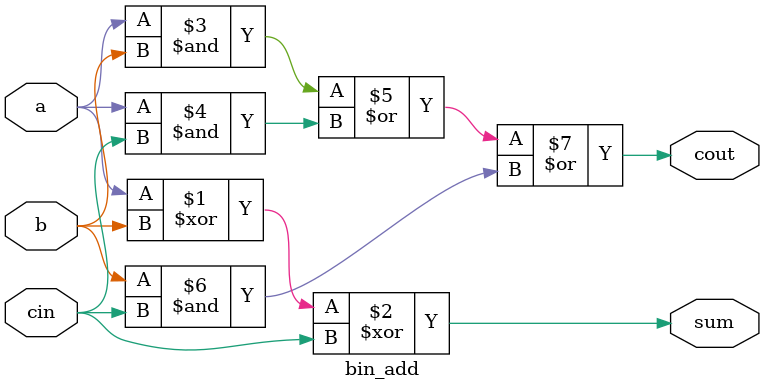
<source format=v>
module top_module( 
    input [99:0] a, b,
    input cin,
    output cout,
    output [99:0] sum );
    wire [99:0]c1;
    bin_add a1(.a(a[0]),.b(b[0]),.cin(cin),.sum(sum[0]),.cout(c1[0]));
    genvar i;
    generate
        for(i=1;i<100;i++) begin: full_add
            bin_add ai(.a(a[i]),.b(b[i]),.cin(c1[i-1]),.sum(sum[i]),.cout(c1[i]));
        end
    endgenerate
    assign cout=c1[99];

endmodule
module bin_add(
    input a,b,cin,
    output sum,cout);
    assign sum=a^b^cin;
    assign cout=(a&b)|(a&cin)|(b&cin);
endmodule

</source>
